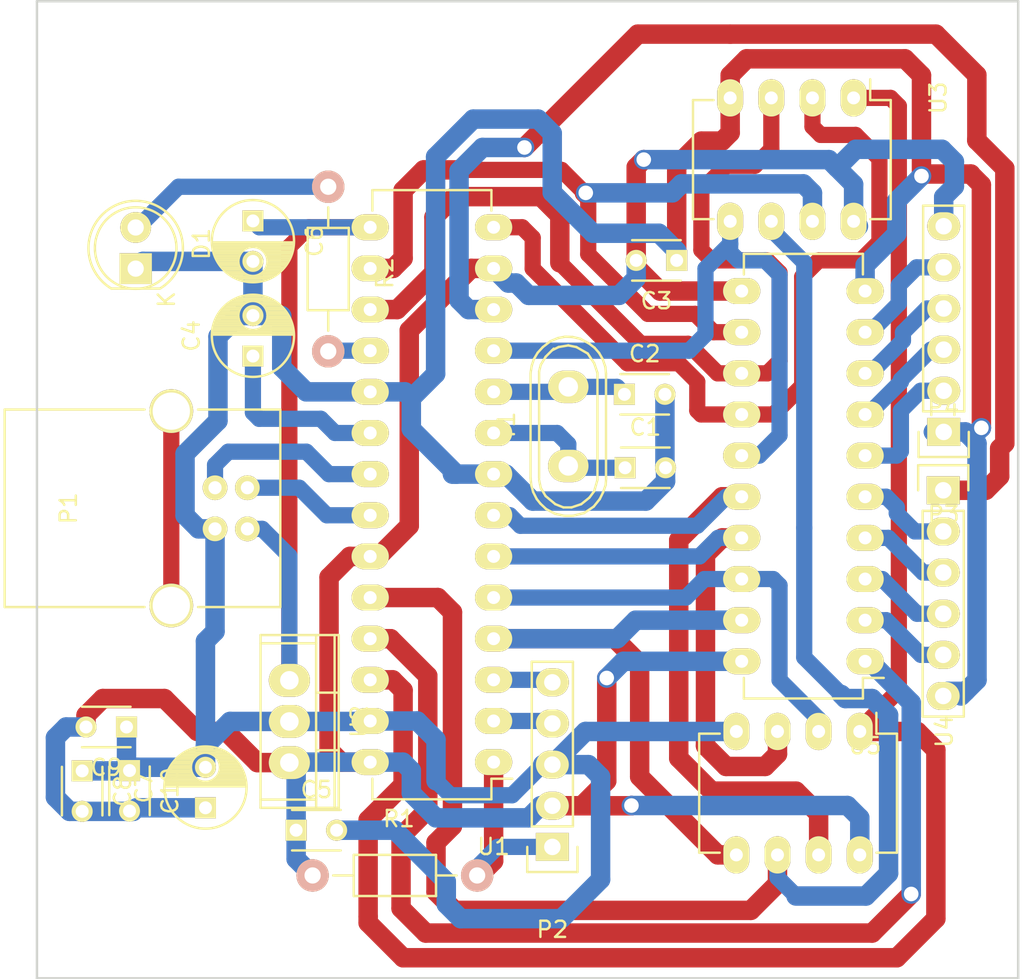
<source format=kicad_pcb>
(kicad_pcb (version 20221018) (generator pcbnew)
  (layers (0 "F.Cu" signal) (31 "B.Cu" signal) (34 "B.Paste" user) (35 "F.Paste" user) (36 "B.SilkS" user "B.Silkscreen") (37 "F.SilkS" user "F.Silkscreen") (38 "B.Mask" user) (39 "F.Mask" user) (44 "Edge.Cuts" user))
  (net 0 "")
  (net 1 "Net-(C1-Pad1)")
  (net 2 "GND")
  (net 3 "Net-(C2-Pad1)")
  (net 4 "VCC")
  (net 5 "Net-(C4-Pad1)")
  (net 6 "Net-(C6-Pad1)")
  (net 7 "Net-(D1-Pad2)")
  (net 8 "/D-")
  (net 9 "/D+")
  (net 10 "Net-(P1-Pad5)")
  (net 11 "/MCLR")
  (net 12 "/PGED")
  (net 13 "/PGEC")
  (net 14 "Net-(P3-Pad2)")
  (net 15 "Net-(P3-Pad3)")
  (net 16 "Net-(P3-Pad4)")
  (net 17 "Net-(P3-Pad5)")
  (net 18 "/TEST")
  (net 19 "Net-(P4-Pad2)")
  (net 20 "Net-(P4-Pad3)")
  (net 21 "Net-(P4-Pad4)")
  (net 22 "Net-(P4-Pad5)")
  (net 23 "Net-(R2-Pad2)")
  (net 24 "/D0")
  (net 25 "/D1")
  (net 26 "/D2")
  (net 27 "/D3")
  (net 28 "/D4")
  (net 29 "/D5")
  (net 30 "/D7")
  (net 31 "/D6")
  (net 32 "/RAM_SCK")
  (net 33 "/BUF_~{OE}")
  (net 34 "/RAM_~{CS}")
  (footprint "Capacitors_ThroughHole:C_Disc_D3_P2.5" (layer "F.Cu") (at 114.7953 117.5766)
    (fp_text reference "C1")
    (fp_text value "C_Small")
  )
  (footprint "Capacitors_ThroughHole:C_Disc_D3_P2.5" (layer "F.Cu") (at 114.7572 113.0427)
    (fp_text reference "C2")
    (fp_text value "C_Small")
  )
  (footprint "Capacitors_ThroughHole:C_Disc_D3_P2.5" (layer "F.Cu") (at 117.983 104.775 180)
    (fp_text reference "C3")
    (fp_text value "100n")
  )
  (footprint "Capacitors_ThroughHole:C_Radial_D5_L6_P2.5" (layer "F.Cu") (at 91.821 110.6805 90)
    (fp_text reference "C4")
    (fp_text value "1uF")
  )
  (footprint "Capacitors_ThroughHole:C_Disc_D3_P2.5" (layer "F.Cu") (at 94.488 139.954)
    (fp_text reference "C5")
    (fp_text value "100n")
  )
  (footprint "Capacitors_ThroughHole:C_Radial_D5_L6_P2.5" (layer "F.Cu") (at 91.821 102.3366 -90)
    (fp_text reference "C6")
    (fp_text value "1uF")
  )
  (footprint "Capacitors_ThroughHole:C_Radial_D5_L6_P2.5" (layer "F.Cu") (at 88.89 138.57 90)
    (fp_text reference "C7")
    (fp_text value "1uF")
  )
  (footprint "Capacitors_ThroughHole:C_Disc_D3_P2.5" (layer "F.Cu") (at 81.27746 136.29132 -90)
    (fp_text reference "C8")
    (fp_text value "100n")
  )
  (footprint "Capacitors_ThroughHole:C_Disc_D3_P2.5" (layer "F.Cu") (at 84.01558 133.58114 180)
    (fp_text reference "C9")
    (fp_text value "100n")
  )
  (footprint "Capacitors_ThroughHole:C_Disc_D3_P2.5" (layer "F.Cu") (at 84.201 136.271 -90)
    (fp_text reference "C10")
    (fp_text value "100n")
  )
  (footprint "LEDs:LED-5MM" (layer "F.Cu") (at 84.582 105.283 90)
    (fp_text reference "D1")
    (fp_text value "LED")
  )
  (footprint "Connect:USB_B" (layer "F.Cu") (at 91.48 121.35 180)
    (fp_text reference "P1")
    (fp_text value "USB_B")
  )
  (footprint "Pin_Headers:Pin_Header_Straight_1x05" (layer "F.Cu") (at 110.30712 140.98524 180)
    (fp_text reference "P2")
    (fp_text value "CONN_01X05")
  )
  (footprint "Pin_Headers:Pin_Header_Straight_1x06" (layer "F.Cu") (at 134.4676 115.36426 180)
    (fp_text reference "P3")
    (fp_text value "CONN_01X06")
  )
  (footprint "Pin_Headers:Pin_Header_Straight_1x06" (layer "F.Cu") (at 134.43966 118.96852)
    (fp_text reference "P4")
    (fp_text value "CONN_01X06")
  )
  (footprint "Resistors_ThroughHole:Resistor_Horizontal_RM10mm" (layer "F.Cu") (at 100.584 142.748)
    (fp_text reference "R1")
    (fp_text value "10K")
  )
  (footprint "Resistors_ThroughHole:Resistor_Horizontal_RM10mm" (layer "F.Cu") (at 96.4692 105.3084 -90)
    (fp_text reference "R2")
    (fp_text value "330")
  )
  (footprint "Housings_DIP:DIP-28_W7.62mm_LongPads" (layer "F.Cu") (at 106.68 135.75 180)
    (fp_text reference "U1")
    (fp_text value "PIC32MX250F128")
  )
  (footprint "Power_Integrations:TO-220" (layer "F.Cu") (at 94.07 133.24 -90)
    (fp_text reference "U2")
    (fp_text value "MCP1754ST-3302E/MB")
  )
  (footprint "Housings_DIP:DIP-8_W7.62mm_LongPads" (layer "F.Cu") (at 128.905 94.742 -90)
    (fp_text reference "U3")
    (fp_text value "23LC1024")
  )
  (footprint "Housings_DIP:DIP-8_W7.62mm_LongPads" (layer "F.Cu") (at 129.286 133.858 -90)
    (fp_text reference "U4")
    (fp_text value "23LC1024")
  )
  (footprint "Housings_DIP:DIP-20_W7.62mm_LongPads" (layer "F.Cu") (at 129.6162 129.5273 180)
    (fp_text reference "U5")
    (fp_text value "74LS573")
  )
  (footprint "Crystals:Crystal_HC50-U_Vertical" (layer "F.Cu") (at 111.2901 115.0239 90)
    (fp_text reference "Y1")
    (fp_text value "Crystal_Small")
  )
  (gr_line (start 78.486 149.098) (end 78.486 88.773) (stroke (width 0.15)) (layer "Edge.Cuts"))
  (gr_line (start 78.486 88.773) (end 139.065 88.773) (stroke (width 0.15)) (layer "Edge.Cuts"))
  (gr_line (start 139.065 149.098) (end 78.486 149.098) (stroke (width 0.15)) (layer "Edge.Cuts"))
  (gr_line (start 139.065 88.773) (end 139.065 149.098) (stroke (width 0.15)) (layer "Edge.Cuts"))
  (segment (start 111.2901 116.1161) (end 110.604 115.43) (width 1) (layer "B.Cu") (net 1))
  (segment (start 110.604 115.43) (end 106.68 115.43) (width 1) (layer "B.Cu") (net 1))
  (segment (start 111.40186 117.5766) (end 111.2901 117.46484) (width 1) (layer "B.Cu") (net 1))
  (segment (start 114.7953 117.5766) (end 111.40186 117.5766) (width 1) (layer "B.Cu") (net 1))
  (segment (start 111.2901 117.46484) (end 111.2901 116.1161) (width 1) (layer "B.Cu") (net 1))
  (segment (start 117.983 98.933) (end 119.507 97.409) (width 1.2) (layer "F.Cu") (net 2))
  (segment (start 119.507 97.409) (end 120.777 97.409) (width 1.2) (layer "F.Cu") (net 2))
  (segment (start 120.777 97.409) (end 121.285 96.901) (width 1.2) (layer "F.Cu") (net 2))
  (segment (start 121.285 96.901) (end 121.285 94.742) (width 1.2) (layer "F.Cu") (net 2))
  (segment (start 133.096 99.568) (end 133.223 99.441) (width 1.2) (layer "F.Cu") (net 2))
  (segment (start 133.223 99.441) (end 136.144 99.441) (width 1.2) (layer "F.Cu") (net 2))
  (segment (start 133.096 93.345) (end 132.08 92.329) (width 1.2) (layer "F.Cu") (net 2))
  (segment (start 132.08 92.329) (end 122.301 92.329) (width 1.2) (layer "F.Cu") (net 2))
  (segment (start 122.301 92.329) (end 121.285 93.345) (width 1.2) (layer "F.Cu") (net 2))
  (segment (start 121.285 93.345) (end 121.285 94.742) (width 1.2) (layer "F.Cu") (net 2))
  (segment (start 136.144 99.45878) (end 136.79424 100.10902) (width 1.2) (layer "F.Cu") (net 2))
  (segment (start 136.79424 100.10902) (end 136.79424 115.1128) (width 1.2) (layer "F.Cu") (net 2))
  (segment (start 133.096 99.568) (end 133.096 93.345) (width 1.2) (layer "F.Cu") (net 2))
  (segment (start 136.144 99.441) (end 136.144 99.45878) (width 1.2) (layer "F.Cu") (net 2))
  (segment (start 117.983 104.775) (end 117.983 98.933) (width 1.2) (layer "F.Cu") (net 2))
  (via (at 136.79424 115.1128) (size 1.2) (drill 0.9) (layers "F.Cu" "B.Cu") (net 2))
  (via (at 133.096 99.568) (size 1.2) (drill 0.9) (layers "F.Cu" "B.Cu") (net 2))
  (segment (start 107.429 117.97) (end 109.093 119.634) (width 1.2) (layer "B.Cu") (net 2))
  (segment (start 109.093 119.634) (end 116.078 119.634) (width 1.2) (layer "B.Cu") (net 2))
  (segment (start 116.078 119.634) (end 117.2953 118.4167) (width 1.2) (layer "B.Cu") (net 2))
  (segment (start 117.2953 118.4167) (end 117.2953 117.5766) (width 1.2) (layer "B.Cu") (net 2))
  (segment (start 117.2572 117.5385) (end 117.2953 117.5766) (width 1.2) (layer "B.Cu") (net 2))
  (segment (start 88.89 128.28) (end 89.48102 127.68898) (width 1.2) (layer "B.Cu") (net 2))
  (segment (start 89.48102 127.68898) (end 89.48102 121.35) (width 1.2) (layer "B.Cu") (net 2))
  (segment (start 99.03 133.24) (end 99.06 133.21) (width 1.2) (layer "B.Cu") (net 2))
  (segment (start 90.407 133.24) (end 88.89 134.757) (width 1.2) (layer "B.Cu") (net 2))
  (segment (start 88.89 134.757) (end 88.89 136.07) (width 1.2) (layer "B.Cu") (net 2))
  (segment (start 95.11 112.89) (end 93.599 111.379) (width 1.2) (layer "B.Cu") (net 2))
  (segment (start 93.599 111.379) (end 93.599 108.204) (width 1.2) (layer "B.Cu") (net 2))
  (segment (start 93.599 108.204) (end 93.5755 108.1805) (width 1.2) (layer "B.Cu") (net 2))
  (segment (start 93.5755 108.1805) (end 91.821 108.1805) (width 1.2) (layer "B.Cu") (net 2))
  (segment (start 85.0284 104.8366) (end 84.582 105.283) (width 1.2) (layer "B.Cu") (net 2))
  (segment (start 88.457 121.35) (end 87.63 120.523) (width 1.2) (layer "B.Cu") (net 2))
  (segment (start 87.63 120.523) (end 87.63 116.713) (width 1.2) (layer "B.Cu") (net 2))
  (segment (start 87.63 116.713) (end 89.662 114.681) (width 1.2) (layer "B.Cu") (net 2))
  (segment (start 89.662 114.681) (end 89.662 109.474) (width 1.2) (layer "B.Cu") (net 2))
  (segment (start 89.662 109.474) (end 90.9555 108.1805) (width 1.2) (layer "B.Cu") (net 2))
  (segment (start 90.9555 108.1805) (end 91.821 108.1805) (width 1.2) (layer "B.Cu") (net 2))
  (segment (start 84.6433 136.07) (end 84.4296 136.2837) (width 1.2) (layer "B.Cu") (net 2))
  (segment (start 84.01558 135.86968) (end 84.4296 136.2837) (width 1.2) (layer "B.Cu") (net 2))
  (segment (start 84.42198 136.29132) (end 84.4296 136.2837) (width 1.2) (layer "B.Cu") (net 2))
  (segment (start 109.71276 135.90524) (end 107.823 137.795) (width 1) (layer "B.Cu") (net 2))
  (segment (start 107.823 137.795) (end 104.013 137.795) (width 1) (layer "B.Cu") (net 2))
  (segment (start 104.013 137.795) (end 103.124 136.906) (width 1) (layer "B.Cu") (net 2))
  (segment (start 103.124 136.906) (end 103.124 134.366) (width 1.2) (layer "B.Cu") (net 2))
  (segment (start 103.124 134.366) (end 101.968 133.21) (width 1.2) (layer "B.Cu") (net 2))
  (segment (start 101.968 133.21) (end 99.06 133.21) (width 1.2) (layer "B.Cu") (net 2))
  (segment (start 104.381 117.97) (end 101.6 115.189) (width 1.2) (layer "B.Cu") (net 2))
  (segment (start 101.6 115.189) (end 101.6 113.284) (width 1.2) (layer "B.Cu") (net 2))
  (segment (start 101.6 113.284) (end 101.206 112.89) (width 1.2) (layer "B.Cu") (net 2))
  (segment (start 101.206 112.89) (end 99.06 112.89) (width 1.2) (layer "B.Cu") (net 2))
  (segment (start 135.53948 131.66852) (end 135.8265 131.3815) (width 1.2) (layer "B.Cu") (net 2))
  (segment (start 136.525 130.683) (end 136.525 116.078) (width 1.2) (layer "B.Cu") (net 2))
  (segment (start 136.525 116.078) (end 136.31926 115.87226) (width 1.2) (layer "B.Cu") (net 2))
  (segment (start 135.81126 115.36426) (end 133.8326 115.36426) (width 1.2) (layer "B.Cu") (net 2))
  (segment (start 104.14 117.97) (end 104.381 117.97) (width 1.2) (layer "B.Cu") (net 2))
  (segment (start 134.82574 115.36426) (end 133.8326 115.36426) (width 1.2) (layer "B.Cu") (net 2))
  (segment (start 129.6162 105.0798) (end 131.572 103.124) (width 1.2) (layer "B.Cu") (net 2))
  (segment (start 131.572 103.124) (end 131.572 101.092) (width 1.2) (layer "B.Cu") (net 2))
  (segment (start 131.572 101.092) (end 133.096 99.568) (width 1.2) (layer "B.Cu") (net 2))
  (segment (start 110.871 145.415) (end 113.284 143.002) (width 1.2) (layer "B.Cu") (net 2))
  (segment (start 113.284 143.002) (end 113.284 136.652) (width 1.2) (layer "B.Cu") (net 2))
  (segment (start 113.284 136.652) (end 112.53724 135.90524) (width 1.2) (layer "B.Cu") (net 2))
  (segment (start 110.30712 135.90524) (end 112.53724 135.90524) (width 1.2) (layer "B.Cu") (net 2))
  (segment (start 135.8265 131.3815) (end 136.525 130.683) (width 1.2) (layer "B.Cu") (net 2))
  (segment (start 134.72668 131.3815) (end 134.43966 131.66852) (width 1.2) (layer "B.Cu") (net 2))
  (segment (start 100.584 139.954) (end 103.759 143.129) (width 1.2) (layer "B.Cu") (net 2))
  (segment (start 104.648 145.415) (end 103.759 144.526) (width 1.2) (layer "B.Cu") (net 2))
  (segment (start 103.759 144.526) (end 103.759 143.129) (width 1.2) (layer "B.Cu") (net 2))
  (segment (start 112.35436 133.858) (end 110.30712 135.90524) (width 1.2) (layer "B.Cu") (net 2))
  (segment (start 117.983 104.1908) (end 116.8908 103.0986) (width 1.2) (layer "B.Cu") (net 2))
  (segment (start 116.8908 103.0986) (end 112.8141 103.0986) (width 1.2) (layer "B.Cu") (net 2))
  (segment (start 112.8141 103.0986) (end 110.2995 100.584) (width 1.2) (layer "B.Cu") (net 2))
  (segment (start 110.2995 100.584) (end 110.2995 96.9264) (width 1.2) (layer "B.Cu") (net 2))
  (segment (start 110.2995 96.9264) (end 109.4232 96.0501) (width 1.2) (layer "B.Cu") (net 2))
  (segment (start 109.4232 96.0501) (end 105.4227 96.0501) (width 1.2) (layer "B.Cu") (net 2))
  (segment (start 105.4227 96.0501) (end 103.0986 98.3742) (width 1.2) (layer "B.Cu") (net 2))
  (segment (start 103.0986 98.3742) (end 103.0986 111.7854) (width 1.2) (layer "B.Cu") (net 2))
  (segment (start 103.0986 111.7854) (end 101.6 113.284) (width 1.2) (layer "B.Cu") (net 2))
  (segment (start 136.79424 115.1128) (end 136.31926 115.58778) (width 1.2) (layer "B.Cu") (net 2))
  (segment (start 136.31926 115.58778) (end 136.31926 115.87226) (width 1.2) (layer "B.Cu") (net 2))
  (segment (start 136.31926 115.87226) (end 135.81126 115.36426) (width 1.2) (layer "B.Cu") (net 2))
  (segment (start 89.48102 121.35) (end 88.457 121.35) (width 1.2) (layer "B.Cu") (net 2))
  (segment (start 91.821 104.8366) (end 85.0284 104.8366) (width 1.2) (layer "B.Cu") (net 2))
  (segment (start 110.30712 135.90524) (end 109.71276 135.90524) (width 1.2) (layer "B.Cu") (net 2))
  (segment (start 84.01558 133.58114) (end 84.01558 135.86968) (width 1.2) (layer "B.Cu") (net 2))
  (segment (start 99.06 112.89) (end 95.11 112.89) (width 1.2) (layer "B.Cu") (net 2))
  (segment (start 81.27746 136.29132) (end 84.42198 136.29132) (width 1.2) (layer "B.Cu") (net 2))
  (segment (start 91.821 104.8366) (end 91.821 108.1805) (width 1.2) (layer "B.Cu") (net 2))
  (segment (start 121.666 133.858) (end 112.35436 133.858) (width 1.2) (layer "B.Cu") (net 2))
  (segment (start 117.2572 113.0427) (end 117.2572 117.5385) (width 1.2) (layer "B.Cu") (net 2))
  (segment (start 106.68 117.97) (end 107.429 117.97) (width 1.2) (layer "B.Cu") (net 2))
  (segment (start 106.68 117.97) (end 104.14 117.97) (width 1.2) (layer "B.Cu") (net 2))
  (segment (start 94.07 133.24) (end 99.03 133.24) (width 1.2) (layer "B.Cu") (net 2))
  (segment (start 94.07 133.24) (end 90.407 133.24) (width 1.2) (layer "B.Cu") (net 2))
  (segment (start 100.584 139.954) (end 96.988 139.954) (width 1.2) (layer "B.Cu") (net 2))
  (segment (start 117.983 104.775) (end 117.983 104.1908) (width 1.2) (layer "B.Cu") (net 2))
  (segment (start 88.89 136.07) (end 88.89 128.28) (width 1.2) (layer "B.Cu") (net 2))
  (segment (start 110.871 145.415) (end 104.648 145.415) (width 1.2) (layer "B.Cu") (net 2))
  (segment (start 88.89 136.07) (end 84.6433 136.07) (width 1.2) (layer "B.Cu") (net 2))
  (segment (start 129.6162 106.6673) (end 129.6162 105.0798) (width 1.2) (layer "B.Cu") (net 2))
  (segment (start 135.8265 131.3815) (end 134.72668 131.3815) (width 1.2) (layer "B.Cu") (net 2))
  (segment (start 117.983 104.775) (end 117.983 104.267) (width 1.2) (layer "B.Cu") (net 2))
  (segment (start 110.98306 112.89) (end 111.2901 112.58296) (width 1) (layer "B.Cu") (net 3))
  (segment (start 114.29746 112.58296) (end 114.7572 113.0427) (width 1) (layer "B.Cu") (net 3))
  (segment (start 106.68 112.89) (end 110.98306 112.89) (width 1) (layer "B.Cu") (net 3))
  (segment (start 111.2901 112.58296) (end 114.29746 112.58296) (width 1) (layer "B.Cu") (net 3))
  (segment (start 81.51558 132.86042) (end 82.55 131.826) (width 1.2) (layer "F.Cu") (net 4))
  (segment (start 82.55 131.826) (end 86.36 131.826) (width 1.2) (layer "F.Cu") (net 4))
  (segment (start 86.36 131.826) (end 88.392 133.858) (width 1.2) (layer "F.Cu") (net 4))
  (segment (start 88.392 133.858) (end 90.17 133.858) (width 1.2) (layer "F.Cu") (net 4))
  (segment (start 90.17 133.858) (end 92.092 135.78) (width 1.2) (layer "F.Cu") (net 4))
  (segment (start 92.092 135.78) (end 94.07 135.78) (width 1.2) (layer "F.Cu") (net 4))
  (segment (start 115.483 105.196) (end 116.9543 106.6673) (width 1.2) (layer "F.Cu") (net 4))
  (segment (start 116.9543 106.6673) (end 121.9962 106.6673) (width 1.2) (layer "F.Cu") (net 4))
  (segment (start 97.269 135.75) (end 96.52 135.001) (width 1.2) (layer "F.Cu") (net 4))
  (segment (start 96.52 135.001) (end 96.52 124.333) (width 1.2) (layer "F.Cu") (net 4))
  (segment (start 96.52 124.333) (end 97.803 123.05) (width 1.2) (layer "F.Cu") (net 4))
  (segment (start 97.803 123.05) (end 99.06 123.05) (width 1.2) (layer "F.Cu") (net 4))
  (segment (start 115.951 98.552) (end 115.483 99.02) (width 1.2) (layer "F.Cu") (net 4))
  (segment (start 115.483 99.02) (end 115.483 104.775) (width 1.2) (layer "F.Cu") (net 4))
  (segment (start 115.17376 138.44524) (end 115.189 138.43) (width 1.2) (layer "F.Cu") (net 4))
  (segment (start 112.12576 138.44524) (end 113.665 136.906) (width 1.2) (layer "F.Cu") (net 4))
  (segment (start 113.665 136.906) (end 113.665 130.556) (width 1.2) (layer "F.Cu") (net 4))
  (segment (start 105.296 105.27) (end 101.473 109.093) (width 1.2) (layer "F.Cu") (net 4))
  (segment (start 101.473 109.093) (end 101.473 121.158) (width 1.2) (layer "F.Cu") (net 4))
  (segment (start 101.473 121.158) (end 99.581 123.05) (width 1.2) (layer "F.Cu") (net 4))
  (segment (start 99.581 123.05) (end 99.06 123.05) (width 1.2) (layer "F.Cu") (net 4))
  (segment (start 115.17376 138.44524) (end 110.30712 138.44524) (width 1.2) (layer "F.Cu") (net 4))
  (segment (start 99.06 135.75) (end 97.269 135.75) (width 1.2) (layer "F.Cu") (net 4))
  (segment (start 81.51558 133.58114) (end 81.51558 132.86042) (width 1.2) (layer "F.Cu") (net 4))
  (segment (start 106.68 105.27) (end 105.296 105.27) (width 1.2) (layer "F.Cu") (net 4))
  (segment (start 115.483 104.775) (end 115.483 105.196) (width 1.2) (layer "F.Cu") (net 4))
  (segment (start 110.30712 138.44524) (end 112.12576 138.44524) (width 1.2) (layer "F.Cu") (net 4))
  (via (at 115.189 138.43) (size 1.2) (drill 0.9) (layers "F.Cu" "B.Cu") (net 4))
  (via (at 113.665 130.556) (size 1.2) (drill 0.9) (layers "F.Cu" "B.Cu") (net 4))
  (via (at 115.951 98.552) (size 1.2) (drill 0.9) (layers "F.Cu" "B.Cu") (net 4))
  (segment (start 94.1 135.75) (end 94.07 135.78) (width 1.2) (layer "B.Cu") (net 4))
  (segment (start 84.6433 138.57) (end 84.4296 138.7837) (width 1.2) (layer "B.Cu") (net 4))
  (segment (start 84.42198 138.79132) (end 84.4296 138.7837) (width 1.2) (layer "B.Cu") (net 4))
  (segment (start 109.58576 138.44524) (end 108.839 139.192) (width 1.2) (layer "B.Cu") (net 4))
  (segment (start 108.839 139.192) (end 103.124 139.192) (width 1.2) (layer "B.Cu") (net 4))
  (segment (start 103.124 139.192) (end 101.6 137.668) (width 1.2) (layer "B.Cu") (net 4))
  (segment (start 101.6 137.668) (end 101.6 136.271) (width 1.2) (layer "B.Cu") (net 4))
  (segment (start 101.6 136.271) (end 101.079 135.75) (width 1.2) (layer "B.Cu") (net 4))
  (segment (start 101.079 135.75) (end 99.06 135.75) (width 1.2) (layer "B.Cu") (net 4))
  (segment (start 80.49832 138.79132) (end 79.629 137.922) (width 1.2) (layer "B.Cu") (net 4))
  (segment (start 79.629 137.922) (end 79.629 134.239) (width 1.2) (layer "B.Cu") (net 4))
  (segment (start 79.629 134.239) (end 80.28686 133.58114) (width 1.2) (layer "B.Cu") (net 4))
  (segment (start 80.28686 133.58114) (end 81.51558 133.58114) (width 1.2) (layer "B.Cu") (net 4))
  (segment (start 129.20726 102.66426) (end 128.905 102.362) (width 1.2) (layer "B.Cu") (net 4))
  (segment (start 121.6787 129.5273) (end 121.9962 129.5273) (width 1.2) (layer "B.Cu") (net 4))
  (segment (start 128.905 100.076) (end 127.889 99.06) (width 1.2) (layer "B.Cu") (net 4))
  (segment (start 127.381 98.552) (end 115.951 98.552) (width 1.2) (layer "B.Cu") (net 4))
  (segment (start 115.483 105.878) (end 114.427 106.934) (width 1.2) (layer "B.Cu") (net 4))
  (segment (start 114.427 106.934) (end 108.839 106.934) (width 1.2) (layer "B.Cu") (net 4))
  (segment (start 108.839 106.934) (end 108.077 106.172) (width 1.2) (layer "B.Cu") (net 4))
  (segment (start 108.077 106.172) (end 107.582 106.172) (width 1.2) (layer "B.Cu") (net 4))
  (segment (start 107.582 106.172) (end 106.68 105.27) (width 1.2) (layer "B.Cu") (net 4))
  (segment (start 127.762 98.933) (end 127.381 98.552) (width 1.2) (layer "B.Cu") (net 4))
  (segment (start 94.488 136.198) (end 94.07 135.78) (width 1.2) (layer "B.Cu") (net 4))
  (segment (start 94.488 141.732) (end 95.504 142.748) (width 1.2) (layer "B.Cu") (net 4))
  (segment (start 129.286 139.192) (end 128.524 138.43) (width 1.2) (layer "B.Cu") (net 4))
  (segment (start 128.524 138.43) (end 115.189 138.43) (width 1.2) (layer "B.Cu") (net 4))
  (segment (start 113.665 130.556) (end 114.6937 129.5273) (width 1.2) (layer "B.Cu") (net 4))
  (segment (start 114.6937 129.5273) (end 121.9962 129.5273) (width 1.2) (layer "B.Cu") (net 4))
  (segment (start 134.4676 100.8634) (end 135.128 100.203) (width 1.2) (layer "B.Cu") (net 4))
  (segment (start 135.128 100.203) (end 135.128 98.679) (width 1.2) (layer "B.Cu") (net 4))
  (segment (start 135.128 98.679) (end 134.366 97.917) (width 1.2) (layer "B.Cu") (net 4))
  (segment (start 134.366 97.917) (end 129.032 97.917) (width 1.2) (layer "B.Cu") (net 4))
  (segment (start 129.032 97.917) (end 127.889 99.06) (width 1.2) (layer "B.Cu") (net 4))
  (segment (start 127.889 99.06) (end 127.762 98.933) (width 1.2) (layer "B.Cu") (net 4))
  (segment (start 88.89 138.57) (end 84.6433 138.57) (width 1.2) (layer "B.Cu") (net 4))
  (segment (start 110.30712 138.44524) (end 109.58576 138.44524) (width 1.2) (layer "B.Cu") (net 4))
  (segment (start 115.483 104.775) (end 115.483 105.878) (width 1.2) (layer "B.Cu") (net 4))
  (segment (start 94.488 139.954) (end 94.488 136.198) (width 1.2) (layer "B.Cu") (net 4))
  (segment (start 134.4676 102.66426) (end 134.4676 100.8634) (width 1.2) (layer "B.Cu") (net 4))
  (segment (start 128.905 102.362) (end 128.905 100.076) (width 1.2) (layer "B.Cu") (net 4))
  (segment (start 94.488 139.954) (end 94.488 141.732) (width 1.2) (layer "B.Cu") (net 4))
  (segment (start 81.27746 138.79132) (end 84.42198 138.79132) (width 1.2) (layer "B.Cu") (net 4))
  (segment (start 129.286 141.478) (end 129.286 139.192) (width 1.2) (layer "B.Cu") (net 4))
  (segment (start 99.06 135.75) (end 94.1 135.75) (width 1.2) (layer "B.Cu") (net 4))
  (segment (start 81.27746 138.79132) (end 80.49832 138.79132) (width 1.2) (layer "B.Cu") (net 4))
  (segment (start 96.888 115.43) (end 96.012 114.554) (width 1) (layer "B.Cu") (net 5))
  (segment (start 96.012 114.554) (end 92.202 114.554) (width 1) (layer "B.Cu") (net 5))
  (segment (start 92.202 114.554) (end 91.821 114.173) (width 1) (layer "B.Cu") (net 5))
  (segment (start 91.821 114.173) (end 91.821 110.6805) (width 1) (layer "B.Cu") (net 5))
  (segment (start 99.06 115.43) (end 96.888 115.43) (width 1) (layer "B.Cu") (net 5))
  (segment (start 94.07 103.923) (end 95.263 102.73) (width 1) (layer "F.Cu") (net 6))
  (segment (start 95.263 102.73) (end 99.06 102.73) (width 1) (layer "F.Cu") (net 6))
  (segment (start 94.07 130.7) (end 94.07 103.923) (width 1) (layer "F.Cu") (net 6))
  (segment (start 92.2144 102.73) (end 91.821 102.3366) (width 1) (layer "B.Cu") (net 6))
  (segment (start 92.394 121.35) (end 94.07 123.026) (width 1) (layer "B.Cu") (net 6))
  (segment (start 94.07 123.026) (end 94.07 130.7) (width 1) (layer "B.Cu") (net 6))
  (segment (start 91.48 121.35) (end 92.394 121.35) (width 1) (layer "B.Cu") (net 6))
  (segment (start 99.06 102.73) (end 92.2144 102.73) (width 1) (layer "B.Cu") (net 6))
  (segment (start 87.2236 100.2284) (end 84.709 102.743) (width 1) (layer "B.Cu") (net 7))
  (segment (start 84.709 102.743) (end 84.582 102.743) (width 1) (layer "B.Cu") (net 7))
  (segment (start 96.4692 100.2284) (end 87.2236 100.2284) (width 1) (layer "B.Cu") (net 7))
  (segment (start 96.38 120.51) (end 94.68 118.81) (width 1) (layer "B.Cu") (net 8))
  (segment (start 94.68 118.81) (end 91.48 118.81) (width 1) (layer "B.Cu") (net 8))
  (segment (start 99.06 120.51) (end 96.38 120.51) (width 1) (layer "B.Cu") (net 8))
  (segment (start 96.507 117.97) (end 95.123 116.586) (width 1) (layer "B.Cu") (net 9))
  (segment (start 95.123 116.586) (end 90.297 116.586) (width 1) (layer "B.Cu") (net 9))
  (segment (start 90.297 116.586) (end 89.48102 117.40198) (width 1) (layer "B.Cu") (net 9))
  (segment (start 89.48102 117.40198) (end 89.48102 118.81) (width 1) (layer "B.Cu") (net 9))
  (segment (start 99.06 117.97) (end 96.507 117.97) (width 1) (layer "B.Cu") (net 9))
  (segment (start 86.781 126.07948) (end 86.781 114.08052) (width 1) (layer "F.Cu") (net 10))
  (segment (start 106.68 141.859) (end 105.537 143.002) (width 1.2) (layer "F.Cu") (net 11))
  (segment (start 106.68 135.75) (end 106.68 141.859) (width 1.2) (layer "F.Cu") (net 11))
  (segment (start 106.91876 140.98524) (end 105.537 142.367) (width 1) (layer "B.Cu") (net 11))
  (segment (start 105.537 142.367) (end 105.537 143.002) (width 1) (layer "B.Cu") (net 11))
  (segment (start 110.30712 140.98524) (end 106.91876 140.98524) (width 1) (layer "B.Cu") (net 11))
  (segment (start 110.15188 133.21) (end 110.30712 133.36524) (width 1) (layer "B.Cu") (net 12))
  (segment (start 106.68 133.21) (end 110.15188 133.21) (width 1) (layer "B.Cu") (net 12))
  (segment (start 110.15188 130.67) (end 110.30712 130.82524) (width 1) (layer "B.Cu") (net 13))
  (segment (start 106.68 130.67) (end 110.15188 130.67) (width 1) (layer "B.Cu") (net 13))
  (segment (start 131.5593 116.8273) (end 131.826 116.5606) (width 1) (layer "B.Cu") (net 14))
  (segment (start 131.826 116.5606) (end 131.826 114.046) (width 1) (layer "B.Cu") (net 14))
  (segment (start 131.826 114.046) (end 133.04774 112.82426) (width 1) (layer "B.Cu") (net 14))
  (segment (start 133.04774 112.82426) (end 133.8326 112.82426) (width 1) (layer "B.Cu") (net 14))
  (segment (start 129.6162 116.8273) (end 131.5593 116.8273) (width 1) (layer "B.Cu") (net 14))
  (segment (start 133.68274 110.28426) (end 131.826 112.141) (width 1) (layer "B.Cu") (net 15))
  (segment (start 131.826 112.141) (end 131.826 112.268) (width 1) (layer "B.Cu") (net 15))
  (segment (start 131.826 112.268) (end 129.8067 114.2873) (width 1) (layer "B.Cu") (net 15))
  (segment (start 129.8067 114.2873) (end 129.6162 114.2873) (width 1) (layer "B.Cu") (net 15))
  (segment (start 133.8326 110.28426) (end 133.68274 110.28426) (width 1) (layer "B.Cu") (net 15))
  (segment (start 129.6162 114.2873) (end 129.88764 114.2873) (width 1) (layer "B.Cu") (net 15))
  (segment (start 129.9337 111.7473) (end 131.953 109.728) (width 1) (layer "B.Cu") (net 16))
  (segment (start 131.953 109.728) (end 131.953 109.22) (width 1) (layer "B.Cu") (net 16))
  (segment (start 131.953 109.22) (end 133.42874 107.74426) (width 1) (layer "B.Cu") (net 16))
  (segment (start 133.42874 107.74426) (end 133.8326 107.74426) (width 1) (layer "B.Cu") (net 16))
  (segment (start 129.6162 111.7473) (end 129.9337 111.7473) (width 1) (layer "B.Cu") (net 16))
  (segment (start 132.79374 105.20426) (end 131.699 106.299) (width 1) (layer "B.Cu") (net 17))
  (segment (start 131.699 106.299) (end 131.699 107.442) (width 1) (layer "B.Cu") (net 17))
  (segment (start 131.699 107.442) (end 129.9337 109.2073) (width 1) (layer "B.Cu") (net 17))
  (segment (start 129.9337 109.2073) (end 129.6162 109.2073) (width 1) (layer "B.Cu") (net 17))
  (segment (start 133.8326 105.20426) (end 132.79374 105.20426) (width 1) (layer "B.Cu") (net 17))
  (segment (start 137.06348 118.96852) (end 137.922 118.11) (width 1.2) (layer "F.Cu") (net 18))
  (segment (start 133.985 90.805) (end 121.285 90.805) (width 1.2) (layer "F.Cu") (net 18))
  (segment (start 108.585 97.8027) (end 115.5827 90.805) (width 1.2) (layer "F.Cu") (net 18))
  (segment (start 115.5827 90.805) (end 121.285 90.805) (width 1.2) (layer "F.Cu") (net 18))
  (segment (start 137.922 116.38788) (end 138.24204 116.06784) (width 1.2) (layer "F.Cu") (net 18))
  (segment (start 138.24204 116.06784) (end 138.24204 99.0981) (width 1.2) (layer "F.Cu") (net 18))
  (segment (start 138.24204 99.0981) (end 136.51484 97.3709) (width 1.2) (layer "F.Cu") (net 18))
  (segment (start 136.51484 97.3709) (end 136.51484 97.28708) (width 1.2) (layer "F.Cu") (net 18))
  (segment (start 136.51484 93.33484) (end 133.985 90.805) (width 1.2) (layer "F.Cu") (net 18))
  (segment (start 134.43966 118.96852) (end 137.06348 118.96852) (width 1.2) (layer "F.Cu") (net 18))
  (segment (start 136.51484 97.3709) (end 136.51484 93.33484) (width 1.2) (layer "F.Cu") (net 18))
  (segment (start 137.922 118.11) (end 137.922 116.38788) (width 1.2) (layer "F.Cu") (net 18))
  (via (at 108.585 97.8027) (size 1.2) (drill 0.9) (layers "F.Cu" "B.Cu") (net 18))
  (segment (start 105.12776 107.81) (end 104.5464 107.22864) (width 1.2) (layer "B.Cu") (net 18))
  (segment (start 104.5464 107.22864) (end 104.5464 99.2505) (width 1.2) (layer "B.Cu") (net 18))
  (segment (start 104.5464 99.2505) (end 105.9942 97.8027) (width 1.2) (layer "B.Cu") (net 18))
  (segment (start 105.9942 97.8027) (end 108.585 97.8027) (width 1.2) (layer "B.Cu") (net 18))
  (segment (start 105.12776 107.81) (end 106.68 107.81) (width 1.2) (layer "B.Cu") (net 18))
  (segment (start 132.68452 121.50852) (end 131.572 120.396) (width 1) (layer "B.Cu") (net 19))
  (segment (start 131.572 120.396) (end 131.572 120.015) (width 1) (layer "B.Cu") (net 19))
  (segment (start 131.572 120.015) (end 130.9243 119.3673) (width 1) (layer "B.Cu") (net 19))
  (segment (start 130.9243 119.3673) (end 129.6162 119.3673) (width 1) (layer "B.Cu") (net 19))
  (segment (start 133.80466 121.50852) (end 132.68452 121.50852) (width 1) (layer "B.Cu") (net 19))
  (segment (start 133.19252 124.04852) (end 131.0513 121.9073) (width 1) (layer "B.Cu") (net 20))
  (segment (start 131.0513 121.9073) (end 129.6162 121.9073) (width 1) (layer "B.Cu") (net 20))
  (segment (start 133.80466 124.04852) (end 133.19252 124.04852) (width 1) (layer "B.Cu") (net 20))
  (segment (start 132.81152 126.58852) (end 130.6703 124.4473) (width 1) (layer "B.Cu") (net 21))
  (segment (start 130.6703 124.4473) (end 129.6162 124.4473) (width 1) (layer "B.Cu") (net 21))
  (segment (start 133.80466 126.58852) (end 132.81152 126.58852) (width 1) (layer "B.Cu") (net 21))
  (segment (start 133.06552 129.12852) (end 130.9243 126.9873) (width 1) (layer "B.Cu") (net 22))
  (segment (start 130.9243 126.9873) (end 129.6162 126.9873) (width 1) (layer "B.Cu") (net 22))
  (segment (start 133.80466 129.12852) (end 133.06552 129.12852) (width 1) (layer "B.Cu") (net 22))
  (segment (start 96.5076 110.35) (end 96.4692 110.3884) (width 1) (layer "B.Cu") (net 23))
  (segment (start 99.06 110.35) (end 96.5076 110.35) (width 1) (layer "B.Cu") (net 23))
  (segment (start 120.523 141.478) (end 115.697 136.652) (width 1.2) (layer "F.Cu") (net 24))
  (segment (start 115.697 136.652) (end 115.697 129.667) (width 1.2) (layer "F.Cu") (net 24))
  (segment (start 115.697 129.667) (end 114.16 128.13) (width 1.2) (layer "F.Cu") (net 24))
  (segment (start 114.16 128.13) (end 106.68 128.13) (width 1.2) (layer "F.Cu") (net 24))
  (segment (start 121.666 141.478) (end 120.523 141.478) (width 1.2) (layer "F.Cu") (net 24))
  (segment (start 121.0437 126.9873) (end 121.9962 126.9873) (width 1) (layer "B.Cu") (net 24))
  (segment (start 115.4557 126.9873) (end 114.313 128.13) (width 1.2) (layer "B.Cu") (net 24))
  (segment (start 114.313 128.13) (end 106.68 128.13) (width 1.2) (layer "B.Cu") (net 24))
  (segment (start 121.9962 126.9873) (end 115.4557 126.9873) (width 1.2) (layer "B.Cu") (net 24))
  (segment (start 118.55006 125.59) (end 119.69276 124.4473) (width 1) (layer "B.Cu") (net 25))
  (segment (start 119.69276 124.4473) (end 121.9962 124.4473) (width 1) (layer "B.Cu") (net 25))
  (segment (start 126.746 133.096) (end 124.333 130.683) (width 1) (layer "B.Cu") (net 25))
  (segment (start 124.333 130.683) (end 124.333 124.841) (width 1) (layer "B.Cu") (net 25))
  (segment (start 124.333 124.841) (end 123.9393 124.4473) (width 1) (layer "B.Cu") (net 25))
  (segment (start 123.9393 124.4473) (end 121.9962 124.4473) (width 1) (layer "B.Cu") (net 25))
  (segment (start 126.746 133.858) (end 126.746 133.096) (width 1) (layer "B.Cu") (net 25))
  (segment (start 106.68 125.59) (end 118.55006 125.59) (width 1) (layer "B.Cu") (net 25))
  (segment (start 124.206 135.255) (end 123.444 136.017) (width 1.2) (layer "F.Cu") (net 26))
  (segment (start 123.444 136.017) (end 121.031 136.017) (width 1.2) (layer "F.Cu") (net 26))
  (segment (start 121.031 136.017) (end 119.761 134.747) (width 1.2) (layer "F.Cu") (net 26))
  (segment (start 119.761 134.747) (end 119.761 122.936) (width 1.2) (layer "F.Cu") (net 26))
  (segment (start 119.761 122.936) (end 120.7897 121.9073) (width 1.2) (layer "F.Cu") (net 26))
  (segment (start 120.7897 121.9073) (end 121.9962 121.9073) (width 1.2) (layer "F.Cu") (net 26))
  (segment (start 124.206 133.858) (end 124.206 135.255) (width 1.2) (layer "F.Cu") (net 26))
  (segment (start 119.393 123.05) (end 120.5357 121.9073) (width 1) (layer "B.Cu") (net 26))
  (segment (start 120.5357 121.9073) (end 121.9962 121.9073) (width 1) (layer "B.Cu") (net 26))
  (segment (start 106.68 123.05) (end 119.393 123.05) (width 1) (layer "B.Cu") (net 26))
  (segment (start 121.0437 119.3673) (end 121.9962 119.3673) (width 1) (layer "F.Cu") (net 27))
  (segment (start 126.746 138.938) (end 125.349 137.541) (width 1.2) (layer "F.Cu") (net 27))
  (segment (start 125.349 137.541) (end 120.142 137.541) (width 1.2) (layer "F.Cu") (net 27))
  (segment (start 120.142 137.541) (end 118.11 135.509) (width 1.2) (layer "F.Cu") (net 27))
  (segment (start 118.11 135.509) (end 118.11 122.047) (width 1.2) (layer "F.Cu") (net 27))
  (segment (start 118.11 122.047) (end 120.7897 119.3673) (width 1.2) (layer "F.Cu") (net 27))
  (segment (start 120.7897 119.3673) (end 121.9962 119.3673) (width 1.2) (layer "F.Cu") (net 27))
  (segment (start 126.746 141.478) (end 126.746 138.938) (width 1.2) (layer "F.Cu") (net 27))
  (segment (start 107.683 120.51) (end 108.331 121.158) (width 1) (layer "B.Cu") (net 27))
  (segment (start 108.331 121.158) (end 119.253 121.158) (width 1) (layer "B.Cu") (net 27))
  (segment (start 119.253 121.158) (end 121.0437 119.3673) (width 1) (layer "B.Cu") (net 27))
  (segment (start 121.0437 119.3673) (end 121.9962 119.3673) (width 1) (layer "B.Cu") (net 27))
  (segment (start 106.68 120.51) (end 107.683 120.51) (width 1) (layer "B.Cu") (net 27))
  (segment (start 123.0757 116.8273) (end 124.333 115.57) (width 1) (layer "B.Cu") (net 28))
  (segment (start 124.333 115.57) (end 124.333 105.664) (width 1) (layer "B.Cu") (net 28))
  (segment (start 124.333 105.664) (end 123.444 104.775) (width 1) (layer "B.Cu") (net 28))
  (segment (start 123.444 104.775) (end 121.793 104.775) (width 1) (layer "B.Cu") (net 28))
  (segment (start 121.793 104.775) (end 121.285 104.267) (width 1) (layer "B.Cu") (net 28))
  (segment (start 121.285 104.267) (end 121.285 103.759) (width 1) (layer "B.Cu") (net 28))
  (segment (start 118.758 110.35) (end 119.761 109.347) (width 1) (layer "B.Cu") (net 28))
  (segment (start 119.761 109.347) (end 119.761 105.283) (width 1) (layer "B.Cu") (net 28))
  (segment (start 119.761 105.283) (end 121.285 103.759) (width 1) (layer "B.Cu") (net 28))
  (segment (start 121.285 103.759) (end 121.285 102.362) (width 1) (layer "B.Cu") (net 28))
  (segment (start 106.68 110.35) (end 118.758 110.35) (width 1) (layer "B.Cu") (net 28))
  (segment (start 121.9962 116.8273) (end 123.0757 116.8273) (width 1) (layer "B.Cu") (net 28))
  (segment (start 108.445 102.73) (end 109.093 103.378) (width 1) (layer "F.Cu") (net 29))
  (segment (start 109.093 103.378) (end 109.093 105.283) (width 1) (layer "F.Cu") (net 29))
  (segment (start 109.093 105.283) (end 114.935 111.125) (width 1) (layer "F.Cu") (net 29))
  (segment (start 114.935 111.125) (end 118.11 111.125) (width 1) (layer "F.Cu") (net 29))
  (segment (start 118.11 111.125) (end 119.253 112.268) (width 1) (layer "F.Cu") (net 29))
  (segment (start 119.253 112.268) (end 119.253 114.046) (width 1) (layer "F.Cu") (net 29))
  (segment (start 119.253 114.046) (end 119.4943 114.2873) (width 1) (layer "F.Cu") (net 29))
  (segment (start 119.4943 114.2873) (end 121.9962 114.2873) (width 1) (layer "F.Cu") (net 29))
  (segment (start 123.9647 114.2873) (end 125.73 112.522) (width 1) (layer "F.Cu") (net 29))
  (segment (start 125.73 112.522) (end 125.73 105.791) (width 1) (layer "F.Cu") (net 29))
  (segment (start 125.73 105.791) (end 126.746 104.775) (width 1) (layer "F.Cu") (net 29))
  (segment (start 126.746 104.775) (end 129.355998 104.775) (width 1) (layer "F.Cu") (net 29))
  (segment (start 129.355998 104.775) (end 130.498998 103.632) (width 1) (layer "F.Cu") (net 29))
  (segment (start 130.498998 103.632) (end 130.498998 98.494998) (width 1) (layer "F.Cu") (net 29))
  (segment (start 130.498998 98.494998) (end 129.032 97.028) (width 1) (layer "F.Cu") (net 29))
  (segment (start 129.032 97.028) (end 126.873 97.028) (width 1) (layer "F.Cu") (net 29))
  (segment (start 126.873 97.028) (end 126.365 96.52) (width 1) (layer "F.Cu") (net 29))
  (segment (start 126.365 96.52) (end 126.365 94.742) (width 1) (layer "F.Cu") (net 29))
  (segment (start 121.9962 114.2873) (end 123.9647 114.2873) (width 1) (layer "F.Cu") (net 29))
  (segment (start 106.68 102.73) (end 108.445 102.73) (width 1) (layer "F.Cu") (net 29))
  (segment (start 120.2563 109.2073) (end 119.126 108.077) (width 1) (layer "F.Cu") (net 30))
  (segment (start 119.126 108.077) (end 116.205 108.077) (width 1) (layer "F.Cu") (net 30))
  (segment (start 116.205 108.077) (end 112.522 104.394) (width 1) (layer "F.Cu") (net 30))
  (segment (start 112.522 104.394) (end 112.522 100.838) (width 1) (layer "F.Cu") (net 30))
  (segment (start 112.522 100.838) (end 110.871 99.187) (width 1) (layer "F.Cu") (net 30))
  (segment (start 110.871 99.187) (end 104.521 99.187) (width 1) (layer "F.Cu") (net 30))
  (segment (start 100.47 105.27) (end 101.092 104.648) (width 1.2) (layer "F.Cu") (net 30))
  (segment (start 101.092 104.648) (end 101.092 100.457) (width 1.2) (layer "F.Cu") (net 30))
  (segment (start 101.092 100.457) (end 102.362 99.187) (width 1.2) (layer "F.Cu") (net 30))
  (segment (start 102.362 99.187) (end 104.521 99.187) (width 1.2) (layer "F.Cu") (net 30))
  (segment (start 112.3696 100.60432) (end 112.28832 100.60432) (width 1.2) (layer "F.Cu") (net 30))
  (segment (start 112.28832 100.60432) (end 112.522 100.838) (width 1.2) (layer "F.Cu") (net 30))
  (segment (start 99.06 105.27) (end 100.47 105.27) (width 1.2) (layer "F.Cu") (net 30))
  (segment (start 120.2563 109.2073) (end 121.9962 109.2073) (width 1) (layer "F.Cu") (net 30))
  (via (at 112.3696 100.60432) (size 1.2) (drill 0.9) (layers "F.Cu" "B.Cu") (net 30))
  (segment (start 126.365 100.6094) (end 125.8062 100.0506) (width 1.2) (layer "B.Cu") (net 30))
  (segment (start 118.27256 100.0506) (end 117.71884 100.60432) (width 1.2) (layer "B.Cu") (net 30))
  (segment (start 117.71884 100.60432) (end 112.3696 100.60432) (width 1.2) (layer "B.Cu") (net 30))
  (segment (start 125.8062 100.0506) (end 118.27256 100.0506) (width 1.2) (layer "B.Cu") (net 30))
  (segment (start 126.365 102.362) (end 126.365 100.6094) (width 1.2) (layer "B.Cu") (net 30))
  (segment (start 120.5103 111.7473) (end 118.687998 109.924998) (width 1) (layer "F.Cu") (net 31))
  (segment (start 118.687998 109.924998) (end 115.766998 109.924998) (width 1) (layer "F.Cu") (net 31))
  (segment (start 115.766998 109.924998) (end 110.76703 104.92503) (width 1) (layer "F.Cu") (net 31))
  (segment (start 110.76703 104.92503) (end 110.744 104.902) (width 1) (layer "F.Cu") (net 31))
  (segment (start 123.5837 111.7473) (end 124.333 110.998) (width 1) (layer "F.Cu") (net 31))
  (segment (start 124.333 110.998) (end 124.333 105.537) (width 1) (layer "F.Cu") (net 31))
  (segment (start 124.333 105.537) (end 123.571 104.775) (width 1) (layer "F.Cu") (net 31))
  (segment (start 123.571 104.775) (end 120.142 104.775) (width 1) (layer "F.Cu") (net 31))
  (segment (start 120.142 104.775) (end 119.507 104.14) (width 1) (layer "F.Cu") (net 31))
  (segment (start 119.507 104.14) (end 119.507 100.457) (width 1) (layer "F.Cu") (net 31))
  (segment (start 119.507 100.457) (end 121.031 98.933) (width 1) (layer "F.Cu") (net 31))
  (segment (start 121.031 98.933) (end 122.809 98.933) (width 1) (layer "F.Cu") (net 31))
  (segment (start 122.809 98.933) (end 123.825 97.917) (width 1) (layer "F.Cu") (net 31))
  (segment (start 123.825 97.917) (end 123.825 94.742) (width 1) (layer "F.Cu") (net 31))
  (segment (start 100.724 107.81) (end 102.997 105.537) (width 1.2) (layer "F.Cu") (net 31))
  (segment (start 102.997 105.537) (end 102.997 102.108) (width 1.2) (layer "F.Cu") (net 31))
  (segment (start 102.997 102.108) (end 104.267 100.838) (width 1.2) (layer "F.Cu") (net 31))
  (segment (start 104.267 100.838) (end 109.601 100.838) (width 1.2) (layer "F.Cu") (net 31))
  (segment (start 109.601 100.838) (end 110.76703 102.00403) (width 1.2) (layer "F.Cu") (net 31))
  (segment (start 110.76703 102.00403) (end 110.76703 104.92503) (width 1.2) (layer "F.Cu") (net 31))
  (segment (start 121.9962 111.7473) (end 120.5103 111.7473) (width 1) (layer "F.Cu") (net 31))
  (segment (start 121.9962 111.7473) (end 123.5837 111.7473) (width 1) (layer "F.Cu") (net 31))
  (segment (start 99.06 107.81) (end 100.724 107.81) (width 1.2) (layer "F.Cu") (net 31))
  (segment (start 124.206 143.256) (end 122.558002 144.903998) (width 1.2) (layer "F.Cu") (net 32))
  (segment (start 122.558002 144.903998) (end 104.263998 144.903998) (width 1.2) (layer "F.Cu") (net 32))
  (segment (start 104.263998 144.903998) (end 103.124 143.764) (width 1.2) (layer "F.Cu") (net 32))
  (segment (start 103.124 143.764) (end 103.124 140.716) (width 1.2) (layer "F.Cu") (net 32))
  (segment (start 103.124 140.716) (end 104.14 139.7) (width 1.2) (layer "F.Cu") (net 32))
  (segment (start 104.14 139.7) (end 104.14 126.492) (width 1.2) (layer "F.Cu") (net 32))
  (segment (start 104.14 126.492) (end 103.238 125.59) (width 1.2) (layer "F.Cu") (net 32))
  (segment (start 103.238 125.59) (end 99.06 125.59) (width 1.2) (layer "F.Cu") (net 32))
  (segment (start 124.206 141.478) (end 124.206 143.256) (width 1.2) (layer "F.Cu") (net 32))
  (segment (start 125.857 104.902) (end 123.825 102.87) (width 1) (layer "B.Cu") (net 32))
  (segment (start 125.857 104.902) (end 125.857 121.285) (width 1) (layer "B.Cu") (net 32))
  (segment (start 125.857 129.286) (end 128.143 131.572) (width 1) (layer "B.Cu") (net 32))
  (segment (start 125.349 144.018) (end 124.206 142.875) (width 1) (layer "B.Cu") (net 32))
  (segment (start 124.206 141.478) (end 124.206 142.875) (width 1) (layer "B.Cu") (net 32))
  (segment (start 129.667 144.018) (end 131.064 142.621) (width 1.2) (layer "B.Cu") (net 32))
  (segment (start 131.064 142.621) (end 131.064 132.842) (width 1.2) (layer "B.Cu") (net 32))
  (segment (start 131.064 132.842) (end 130.048 131.826) (width 1.2) (layer "B.Cu") (net 32))
  (segment (start 130.048 131.826) (end 128.397 131.826) (width 1.2) (layer "B.Cu") (net 32))
  (segment (start 128.397 131.826) (end 128.143 131.572) (width 1.2) (layer "B.Cu") (net 32))
  (segment (start 125.349 144.018) (end 129.667 144.018) (width 1.2) (layer "B.Cu") (net 32))
  (segment (start 125.857 121.285) (end 125.857 129.286) (width 1) (layer "B.Cu") (net 32))
  (segment (start 123.825 102.362) (end 123.825 102.87) (width 1) (layer "B.Cu") (net 32))
  (segment (start 100.317 128.13) (end 102.616 130.429) (width 1.2) (layer "F.Cu") (net 33))
  (segment (start 102.616 130.429) (end 102.616 138.684) (width 1.2) (layer "F.Cu") (net 33))
  (segment (start 102.616 138.684) (end 100.965 140.335) (width 1.2) (layer "F.Cu") (net 33))
  (segment (start 132.461 143.891) (end 130.048 146.304) (width 1.2) (layer "F.Cu") (net 33))
  (segment (start 130.048 146.304) (end 102.489 146.304) (width 1.2) (layer "F.Cu") (net 33))
  (segment (start 102.489 146.304) (end 100.965 144.78) (width 1.2) (layer "F.Cu") (net 33))
  (segment (start 100.965 144.78) (end 100.965 140.335) (width 1.2) (layer "F.Cu") (net 33))
  (segment (start 99.06 128.13) (end 100.317 128.13) (width 1.2) (layer "F.Cu") (net 33))
  (via (at 132.461 143.891) (size 1.2) (drill 0.9) (layers "F.Cu" "B.Cu") (net 33))
  (segment (start 129.9083 129.5273) (end 132.464002 132.083002) (width 1.2) (layer "B.Cu") (net 33))
  (segment (start 132.464002 132.083002) (end 132.464002 143.633998) (width 1.2) (layer "B.Cu") (net 33))
  (segment (start 132.464002 143.633998) (end 132.461 143.637) (width 1.2) (layer "B.Cu") (net 33))
  (segment (start 132.461 143.637) (end 132.461 143.891) (width 1.2) (layer "B.Cu") (net 33))
  (segment (start 129.6162 129.5273) (end 129.9083 129.5273) (width 1.2) (layer "B.Cu") (net 33))
  (segment (start 129.286 133.731) (end 131.699 131.318) (width 1) (layer "F.Cu") (net 34))
  (segment (start 131.699 131.318) (end 131.699 95.25) (width 1) (layer "F.Cu") (net 34))
  (segment (start 131.699 95.25) (end 131.191 94.742) (width 1) (layer "F.Cu") (net 34))
  (segment (start 131.191 94.742) (end 128.905 94.742) (width 1) (layer "F.Cu") (net 34))
  (segment (start 100.444 130.67) (end 101.092 131.318) (width 1.2) (layer "F.Cu") (net 34))
  (segment (start 101.092 131.318) (end 101.092 137.16) (width 1.2) (layer "F.Cu") (net 34))
  (segment (start 101.092 137.16) (end 98.933 139.319) (width 1.2) (layer "F.Cu") (net 34))
  (segment (start 98.933 139.319) (end 98.933 145.288) (width 1.2) (layer "F.Cu") (net 34))
  (segment (start 98.933 145.669) (end 101.092 147.828) (width 1.2) (layer "F.Cu") (net 34))
  (segment (start 101.092 147.828) (end 131.572 147.828) (width 1.2) (layer "F.Cu") (net 34))
  (segment (start 131.572 147.828) (end 133.985 145.415) (width 1.2) (layer "F.Cu") (net 34))
  (segment (start 133.985 145.415) (end 133.985 135.001) (width 1.2) (layer "F.Cu") (net 34))
  (segment (start 133.985 135.001) (end 132.842 133.858) (width 1.2) (layer "F.Cu") (net 34))
  (segment (start 132.842 133.858) (end 129.286 133.858) (width 1.2) (layer "F.Cu") (net 34))
  (segment (start 99.06 130.67) (end 100.444 130.67) (width 1.2) (layer "F.Cu") (net 34))
  (segment (start 129.286 133.858) (end 129.286 133.731) (width 1) (layer "F.Cu") (net 34))
  (segment (start 98.933 145.288) (end 98.933 145.669) (width 1.2) (layer "F.Cu") (net 34))
)
</source>
